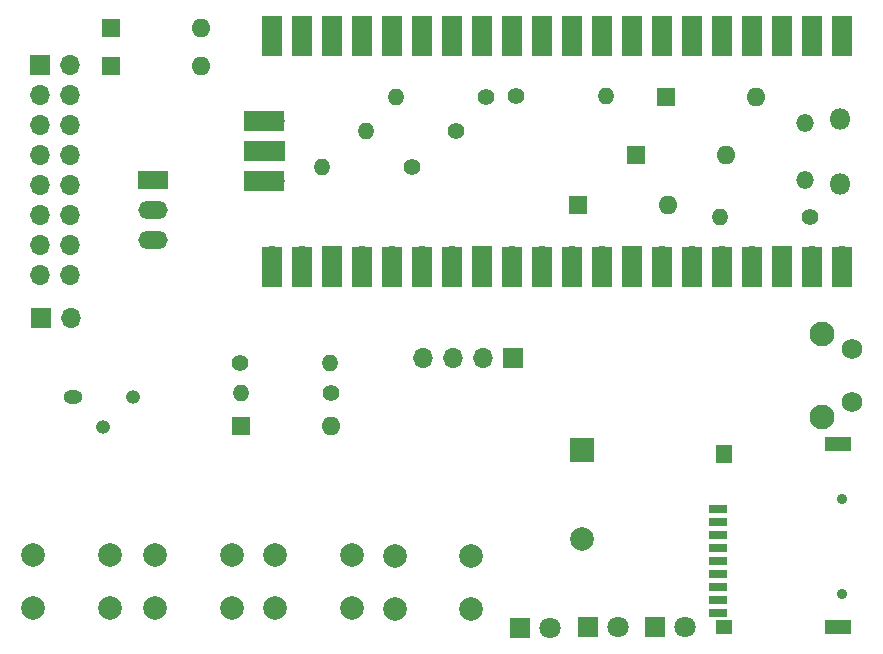
<source format=gbr>
%TF.GenerationSoftware,KiCad,Pcbnew,7.0.8*%
%TF.CreationDate,2024-04-12T09:27:46+03:00*%
%TF.ProjectId,PicoDrive,5069636f-4472-4697-9665-2e6b69636164,rev?*%
%TF.SameCoordinates,PX55854f8PY4548d10*%
%TF.FileFunction,Soldermask,Top*%
%TF.FilePolarity,Negative*%
%FSLAX46Y46*%
G04 Gerber Fmt 4.6, Leading zero omitted, Abs format (unit mm)*
G04 Created by KiCad (PCBNEW 7.0.8) date 2024-04-12 09:27:46*
%MOMM*%
%LPD*%
G01*
G04 APERTURE LIST*
%ADD10R,1.700000X1.700000*%
%ADD11O,1.700000X1.700000*%
%ADD12R,2.000000X2.000000*%
%ADD13C,2.000000*%
%ADD14O,1.800000X1.800000*%
%ADD15O,1.500000X1.500000*%
%ADD16R,1.700000X3.500000*%
%ADD17R,3.500000X1.700000*%
%ADD18C,1.400000*%
%ADD19O,1.400000X1.400000*%
%ADD20R,1.600000X1.600000*%
%ADD21O,1.600000X1.600000*%
%ADD22R,1.800000X1.800000*%
%ADD23C,1.800000*%
%ADD24C,0.900000*%
%ADD25R,1.600000X0.700000*%
%ADD26R,1.400000X1.600000*%
%ADD27R,2.200000X1.200000*%
%ADD28R,1.400000X1.200000*%
%ADD29O,1.600000X1.200000*%
%ADD30O,1.200000X1.200000*%
%ADD31C,2.100000*%
%ADD32C,1.750000*%
%ADD33R,2.500000X1.500000*%
%ADD34O,2.500000X1.500000*%
G04 APERTURE END LIST*
D10*
%TO.C,J2*%
X3475000Y-28700000D03*
D11*
X6015000Y-28700000D03*
%TD*%
D12*
%TO.C,BZ1*%
X49300000Y-39800000D03*
D13*
X49300000Y-47400000D03*
%TD*%
D14*
%TO.C,U1*%
X71165000Y-11835000D03*
D15*
X68135000Y-12135000D03*
X68135000Y-16985000D03*
D14*
X71165000Y-17285000D03*
D11*
X71295000Y-5670000D03*
D16*
X71295000Y-4770000D03*
D11*
X68755000Y-5670000D03*
D16*
X68755000Y-4770000D03*
D10*
X66215000Y-5670000D03*
D16*
X66215000Y-4770000D03*
D11*
X63675000Y-5670000D03*
D16*
X63675000Y-4770000D03*
D11*
X61135000Y-5670000D03*
D16*
X61135000Y-4770000D03*
D11*
X58595000Y-5670000D03*
D16*
X58595000Y-4770000D03*
D11*
X56055000Y-5670000D03*
D16*
X56055000Y-4770000D03*
D10*
X53515000Y-5670000D03*
D16*
X53515000Y-4770000D03*
D11*
X50975000Y-5670000D03*
D16*
X50975000Y-4770000D03*
D11*
X48435000Y-5670000D03*
D16*
X48435000Y-4770000D03*
D11*
X45895000Y-5670000D03*
D16*
X45895000Y-4770000D03*
D11*
X43355000Y-5670000D03*
D16*
X43355000Y-4770000D03*
D10*
X40815000Y-5670000D03*
D16*
X40815000Y-4770000D03*
D11*
X38275000Y-5670000D03*
D16*
X38275000Y-4770000D03*
D11*
X35735000Y-5670000D03*
D16*
X35735000Y-4770000D03*
D11*
X33195000Y-5670000D03*
D16*
X33195000Y-4770000D03*
D11*
X30655000Y-5670000D03*
D16*
X30655000Y-4770000D03*
D10*
X28115000Y-5670000D03*
D16*
X28115000Y-4770000D03*
D11*
X25575000Y-5670000D03*
D16*
X25575000Y-4770000D03*
D11*
X23035000Y-5670000D03*
D16*
X23035000Y-4770000D03*
D11*
X23035000Y-23450000D03*
D16*
X23035000Y-24350000D03*
D11*
X25575000Y-23450000D03*
D16*
X25575000Y-24350000D03*
D10*
X28115000Y-23450000D03*
D16*
X28115000Y-24350000D03*
D11*
X30655000Y-23450000D03*
D16*
X30655000Y-24350000D03*
D11*
X33195000Y-23450000D03*
D16*
X33195000Y-24350000D03*
D11*
X35735000Y-23450000D03*
D16*
X35735000Y-24350000D03*
D11*
X38275000Y-23450000D03*
D16*
X38275000Y-24350000D03*
D10*
X40815000Y-23450000D03*
D16*
X40815000Y-24350000D03*
D11*
X43355000Y-23450000D03*
D16*
X43355000Y-24350000D03*
D11*
X45895000Y-23450000D03*
D16*
X45895000Y-24350000D03*
D11*
X48435000Y-23450000D03*
D16*
X48435000Y-24350000D03*
D11*
X50975000Y-23450000D03*
D16*
X50975000Y-24350000D03*
D10*
X53515000Y-23450000D03*
D16*
X53515000Y-24350000D03*
D11*
X56055000Y-23450000D03*
D16*
X56055000Y-24350000D03*
D11*
X58595000Y-23450000D03*
D16*
X58595000Y-24350000D03*
D11*
X61135000Y-23450000D03*
D16*
X61135000Y-24350000D03*
D11*
X63675000Y-23450000D03*
D16*
X63675000Y-24350000D03*
D10*
X66215000Y-23450000D03*
D16*
X66215000Y-24350000D03*
D11*
X68755000Y-23450000D03*
D16*
X68755000Y-24350000D03*
D11*
X71295000Y-23450000D03*
D16*
X71295000Y-24350000D03*
D11*
X23265000Y-12020000D03*
D17*
X22365000Y-12020000D03*
D10*
X23265000Y-14560000D03*
D17*
X22365000Y-14560000D03*
D11*
X23265000Y-17100000D03*
D17*
X22365000Y-17100000D03*
%TD*%
D10*
%TO.C,J1*%
X3435000Y-7255000D03*
D11*
X5975000Y-7255000D03*
X3435000Y-9795000D03*
X5975000Y-9795000D03*
X3435000Y-12335000D03*
X5975000Y-12335000D03*
X3435000Y-14875000D03*
X5975000Y-14875000D03*
X3435000Y-17415000D03*
X5975000Y-17415000D03*
X3435000Y-19955000D03*
X5975000Y-19955000D03*
X3435000Y-22495000D03*
X5975000Y-22495000D03*
X3435000Y-25035000D03*
X5975000Y-25035000D03*
%TD*%
D18*
%TO.C,R22*%
X43705000Y-9825000D03*
D19*
X51325000Y-9825000D03*
%TD*%
D18*
%TO.C,R6*%
X34935000Y-15850000D03*
D19*
X27315000Y-15850000D03*
%TD*%
D18*
%TO.C,R7*%
X38610000Y-12850000D03*
D19*
X30990000Y-12850000D03*
%TD*%
D20*
%TO.C,D2*%
X9455000Y-7350000D03*
D21*
X17075000Y-7350000D03*
%TD*%
D18*
%TO.C,R26*%
X28025000Y-35000000D03*
D19*
X20405000Y-35000000D03*
%TD*%
D22*
%TO.C,BL_LED1*%
X55475000Y-54862500D03*
D23*
X58015000Y-54862500D03*
%TD*%
D18*
%TO.C,R25*%
X20330000Y-32500000D03*
D19*
X27950000Y-32500000D03*
%TD*%
D22*
%TO.C,RD_LED1*%
X49775000Y-54862500D03*
D23*
X52315000Y-54862500D03*
%TD*%
D24*
%TO.C,J4*%
X71328145Y-44009968D03*
X71328145Y-52009968D03*
D25*
X60828145Y-44809968D03*
X60828145Y-45909968D03*
X60828145Y-47009968D03*
X60828145Y-48109968D03*
X60828145Y-49209968D03*
X60828145Y-50309968D03*
X60828145Y-51409968D03*
X60828145Y-52509968D03*
X60828145Y-53609968D03*
D26*
X61328145Y-40209968D03*
D27*
X70928145Y-39309968D03*
X70928145Y-54809968D03*
D28*
X61328145Y-54809968D03*
%TD*%
D29*
%TO.C,Q3*%
X6200000Y-35350000D03*
D30*
X8740000Y-37890000D03*
X11280000Y-35350000D03*
%TD*%
D20*
%TO.C,D11*%
X20400000Y-37775000D03*
D21*
X28020000Y-37775000D03*
%TD*%
D20*
%TO.C,D14*%
X53880000Y-14875000D03*
D21*
X61500000Y-14875000D03*
%TD*%
D10*
%TO.C,J3*%
X43490000Y-32075000D03*
D11*
X40950000Y-32075000D03*
X38410000Y-32075000D03*
X35870000Y-32075000D03*
%TD*%
D31*
%TO.C,SW_RST1*%
X69647500Y-30025000D03*
X69647500Y-37035000D03*
D32*
X72137500Y-31275000D03*
X72137500Y-35775000D03*
%TD*%
D18*
%TO.C,R8*%
X41175000Y-9975000D03*
D19*
X33555000Y-9975000D03*
%TD*%
D33*
%TO.C,U2*%
X12952500Y-16942500D03*
D34*
X12952500Y-19482500D03*
X12952500Y-22022500D03*
%TD*%
D18*
%TO.C,R21*%
X68600000Y-20100000D03*
D19*
X60980000Y-20100000D03*
%TD*%
D13*
%TO.C,SW_ENT1*%
X29800000Y-53250000D03*
X23300000Y-53250000D03*
X29800000Y-48750000D03*
X23300000Y-48750000D03*
%TD*%
D20*
%TO.C,D15*%
X56380000Y-9925000D03*
D21*
X64000000Y-9925000D03*
%TD*%
D22*
%TO.C,GR_LED1*%
X44010000Y-54887500D03*
D23*
X46550000Y-54887500D03*
%TD*%
D20*
%TO.C,D1*%
X9455000Y-4075000D03*
D21*
X17075000Y-4075000D03*
%TD*%
D13*
%TO.C,SW_NXT1*%
X19625000Y-53250000D03*
X13125000Y-53250000D03*
X19625000Y-48750000D03*
X13125000Y-48750000D03*
%TD*%
D20*
%TO.C,D12*%
X48965000Y-19050000D03*
D21*
X56585000Y-19050000D03*
%TD*%
D13*
%TO.C,SW_PRV1*%
X9300000Y-53250000D03*
X2800000Y-53250000D03*
X9300000Y-48750000D03*
X2800000Y-48750000D03*
%TD*%
%TO.C,SW_BCK1*%
X39925000Y-53300000D03*
X33425000Y-53300000D03*
X39925000Y-48800000D03*
X33425000Y-48800000D03*
%TD*%
M02*

</source>
